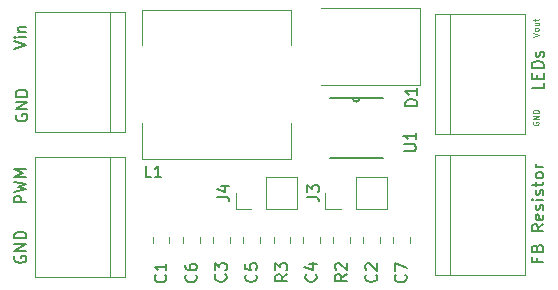
<source format=gbr>
G04 #@! TF.GenerationSoftware,KiCad,Pcbnew,(5.0.2)-1*
G04 #@! TF.CreationDate,2019-07-07T13:50:55+05:30*
G04 #@! TF.ProjectId,tps61500evm,74707336-3135-4303-9065-766d2e6b6963,rev?*
G04 #@! TF.SameCoordinates,Original*
G04 #@! TF.FileFunction,Legend,Top*
G04 #@! TF.FilePolarity,Positive*
%FSLAX46Y46*%
G04 Gerber Fmt 4.6, Leading zero omitted, Abs format (unit mm)*
G04 Created by KiCad (PCBNEW (5.0.2)-1) date 07/07/19 13:50:55*
%MOMM*%
%LPD*%
G01*
G04 APERTURE LIST*
%ADD10C,0.200000*%
%ADD11C,0.100000*%
%ADD12C,0.152400*%
%ADD13C,0.120000*%
%ADD14C,0.150000*%
G04 APERTURE END LIST*
D10*
X22700000Y-36861904D02*
X22652380Y-36957142D01*
X22652380Y-37100000D01*
X22700000Y-37242857D01*
X22795238Y-37338095D01*
X22890476Y-37385714D01*
X23080952Y-37433333D01*
X23223809Y-37433333D01*
X23414285Y-37385714D01*
X23509523Y-37338095D01*
X23604761Y-37242857D01*
X23652380Y-37100000D01*
X23652380Y-37004761D01*
X23604761Y-36861904D01*
X23557142Y-36814285D01*
X23223809Y-36814285D01*
X23223809Y-37004761D01*
X23652380Y-36385714D02*
X22652380Y-36385714D01*
X23652380Y-35814285D01*
X22652380Y-35814285D01*
X23652380Y-35338095D02*
X22652380Y-35338095D01*
X22652380Y-35100000D01*
X22700000Y-34957142D01*
X22795238Y-34861904D01*
X22890476Y-34814285D01*
X23080952Y-34766666D01*
X23223809Y-34766666D01*
X23414285Y-34814285D01*
X23509523Y-34861904D01*
X23604761Y-34957142D01*
X23652380Y-35100000D01*
X23652380Y-35338095D01*
X22800000Y-24861904D02*
X22752380Y-24957142D01*
X22752380Y-25100000D01*
X22800000Y-25242857D01*
X22895238Y-25338095D01*
X22990476Y-25385714D01*
X23180952Y-25433333D01*
X23323809Y-25433333D01*
X23514285Y-25385714D01*
X23609523Y-25338095D01*
X23704761Y-25242857D01*
X23752380Y-25100000D01*
X23752380Y-25004761D01*
X23704761Y-24861904D01*
X23657142Y-24814285D01*
X23323809Y-24814285D01*
X23323809Y-25004761D01*
X23752380Y-24385714D02*
X22752380Y-24385714D01*
X23752380Y-23814285D01*
X22752380Y-23814285D01*
X23752380Y-23338095D02*
X22752380Y-23338095D01*
X22752380Y-23100000D01*
X22800000Y-22957142D01*
X22895238Y-22861904D01*
X22990476Y-22814285D01*
X23180952Y-22766666D01*
X23323809Y-22766666D01*
X23514285Y-22814285D01*
X23609523Y-22861904D01*
X23704761Y-22957142D01*
X23752380Y-23100000D01*
X23752380Y-23338095D01*
D11*
X66550000Y-25480952D02*
X66526190Y-25528571D01*
X66526190Y-25600000D01*
X66550000Y-25671428D01*
X66597619Y-25719047D01*
X66645238Y-25742857D01*
X66740476Y-25766666D01*
X66811904Y-25766666D01*
X66907142Y-25742857D01*
X66954761Y-25719047D01*
X67002380Y-25671428D01*
X67026190Y-25600000D01*
X67026190Y-25552380D01*
X67002380Y-25480952D01*
X66978571Y-25457142D01*
X66811904Y-25457142D01*
X66811904Y-25552380D01*
X67026190Y-25242857D02*
X66526190Y-25242857D01*
X67026190Y-24957142D01*
X66526190Y-24957142D01*
X67026190Y-24719047D02*
X66526190Y-24719047D01*
X66526190Y-24600000D01*
X66550000Y-24528571D01*
X66597619Y-24480952D01*
X66645238Y-24457142D01*
X66740476Y-24433333D01*
X66811904Y-24433333D01*
X66907142Y-24457142D01*
X66954761Y-24480952D01*
X67002380Y-24528571D01*
X67026190Y-24600000D01*
X67026190Y-24719047D01*
X66526190Y-18261904D02*
X67026190Y-18095238D01*
X66526190Y-17928571D01*
X67026190Y-17690476D02*
X67002380Y-17738095D01*
X66978571Y-17761904D01*
X66930952Y-17785714D01*
X66788095Y-17785714D01*
X66740476Y-17761904D01*
X66716666Y-17738095D01*
X66692857Y-17690476D01*
X66692857Y-17619047D01*
X66716666Y-17571428D01*
X66740476Y-17547619D01*
X66788095Y-17523809D01*
X66930952Y-17523809D01*
X66978571Y-17547619D01*
X67002380Y-17571428D01*
X67026190Y-17619047D01*
X67026190Y-17690476D01*
X66692857Y-17095238D02*
X67026190Y-17095238D01*
X66692857Y-17309523D02*
X66954761Y-17309523D01*
X67002380Y-17285714D01*
X67026190Y-17238095D01*
X67026190Y-17166666D01*
X67002380Y-17119047D01*
X66978571Y-17095238D01*
X66692857Y-16928571D02*
X66692857Y-16738095D01*
X66526190Y-16857142D02*
X66954761Y-16857142D01*
X67002380Y-16833333D01*
X67026190Y-16785714D01*
X67026190Y-16738095D01*
D12*
G04 #@! TO.C,U1*
X55587800Y-26635000D02*
X56578400Y-26635000D01*
X49339400Y-28540000D02*
X53860600Y-28540000D01*
X53860600Y-23460000D02*
X51904800Y-23460000D01*
X51904800Y-23460000D02*
X51295200Y-23460000D01*
X51295200Y-23460000D02*
X49339400Y-23460000D01*
X51904800Y-23460000D02*
G75*
G02X51295200Y-23460000I-304800J0D01*
G01*
D13*
G04 #@! TO.C,D1*
X56990000Y-15830000D02*
X56990000Y-22330000D01*
X56990000Y-15830000D02*
X48590000Y-15830000D01*
X56990000Y-22330000D02*
X48590000Y-22330000D01*
G04 #@! TO.C,C1*
X35770000Y-35251422D02*
X35770000Y-35768578D01*
X34350000Y-35251422D02*
X34350000Y-35768578D01*
G04 #@! TO.C,R3*
X44590000Y-35241422D02*
X44590000Y-35758578D01*
X46010000Y-35241422D02*
X46010000Y-35758578D01*
G04 #@! TO.C,R2*
X51060000Y-35241422D02*
X51060000Y-35758578D01*
X49640000Y-35241422D02*
X49640000Y-35758578D01*
G04 #@! TO.C,C2*
X52190000Y-35241422D02*
X52190000Y-35758578D01*
X53610000Y-35241422D02*
X53610000Y-35758578D01*
G04 #@! TO.C,C3*
X40870000Y-35251422D02*
X40870000Y-35768578D01*
X39450000Y-35251422D02*
X39450000Y-35768578D01*
G04 #@! TO.C,C4*
X47090000Y-35251422D02*
X47090000Y-35768578D01*
X48510000Y-35251422D02*
X48510000Y-35768578D01*
G04 #@! TO.C,C5*
X43420000Y-35251422D02*
X43420000Y-35768578D01*
X42000000Y-35251422D02*
X42000000Y-35768578D01*
G04 #@! TO.C,C7*
X54690000Y-35241422D02*
X54690000Y-35758578D01*
X56110000Y-35241422D02*
X56110000Y-35758578D01*
G04 #@! TO.C,C6*
X38320000Y-35251422D02*
X38320000Y-35768578D01*
X36900000Y-35251422D02*
X36900000Y-35768578D01*
G04 #@! TO.C,J4*
X41370000Y-32830000D02*
X41370000Y-31500000D01*
X42700000Y-32830000D02*
X41370000Y-32830000D01*
X43970000Y-32830000D02*
X43970000Y-30170000D01*
X43970000Y-30170000D02*
X46570000Y-30170000D01*
X43970000Y-32830000D02*
X46570000Y-32830000D01*
X46570000Y-32830000D02*
X46570000Y-30170000D01*
G04 #@! TO.C,J3*
X54170000Y-32830000D02*
X54170000Y-30170000D01*
X51570000Y-32830000D02*
X54170000Y-32830000D01*
X51570000Y-30170000D02*
X54170000Y-30170000D01*
X51570000Y-32830000D02*
X51570000Y-30170000D01*
X50300000Y-32830000D02*
X48970000Y-32830000D01*
X48970000Y-32830000D02*
X48970000Y-31500000D01*
G04 #@! TO.C,L1*
X46040000Y-25600000D02*
X46040000Y-28600000D01*
X46040000Y-28600000D02*
X33440000Y-28600000D01*
X33440000Y-28600000D02*
X33440000Y-25600000D01*
X33440000Y-19000000D02*
X33440000Y-16000000D01*
X33440000Y-16000000D02*
X46040000Y-16000000D01*
X46040000Y-16000000D02*
X46040000Y-19000000D01*
G04 #@! TO.C,J5*
X58290000Y-16360000D02*
X58290000Y-26520000D01*
X65910000Y-16360000D02*
X58290000Y-16360000D01*
X65910000Y-26520000D02*
X65910000Y-16360000D01*
X58290000Y-26520000D02*
X65910000Y-26520000D01*
X59560000Y-26520000D02*
X59560000Y-16360000D01*
G04 #@! TO.C,J6*
X59560000Y-38420000D02*
X59560000Y-28260000D01*
X58290000Y-38420000D02*
X65910000Y-38420000D01*
X65910000Y-38420000D02*
X65910000Y-28260000D01*
X65910000Y-28260000D02*
X58290000Y-28260000D01*
X58290000Y-28260000D02*
X58290000Y-38420000D01*
G04 #@! TO.C,J1*
X32010000Y-26340000D02*
X32010000Y-16180000D01*
X24390000Y-26340000D02*
X32010000Y-26340000D01*
X24390000Y-16180000D02*
X24390000Y-26340000D01*
X32010000Y-16180000D02*
X24390000Y-16180000D01*
X30740000Y-16180000D02*
X30740000Y-26340000D01*
G04 #@! TO.C,J2*
X30740000Y-28480000D02*
X30740000Y-38640000D01*
X32010000Y-28480000D02*
X24390000Y-28480000D01*
X24390000Y-28480000D02*
X24390000Y-38640000D01*
X24390000Y-38640000D02*
X32010000Y-38640000D01*
X32010000Y-38640000D02*
X32010000Y-28480000D01*
G04 #@! TO.C,U1*
D14*
X55652380Y-27961904D02*
X56461904Y-27961904D01*
X56557142Y-27914285D01*
X56604761Y-27866666D01*
X56652380Y-27771428D01*
X56652380Y-27580952D01*
X56604761Y-27485714D01*
X56557142Y-27438095D01*
X56461904Y-27390476D01*
X55652380Y-27390476D01*
X56652380Y-26390476D02*
X56652380Y-26961904D01*
X56652380Y-26676190D02*
X55652380Y-26676190D01*
X55795238Y-26771428D01*
X55890476Y-26866666D01*
X55938095Y-26961904D01*
G04 #@! TO.C,D1*
X56752380Y-24138095D02*
X55752380Y-24138095D01*
X55752380Y-23900000D01*
X55800000Y-23757142D01*
X55895238Y-23661904D01*
X55990476Y-23614285D01*
X56180952Y-23566666D01*
X56323809Y-23566666D01*
X56514285Y-23614285D01*
X56609523Y-23661904D01*
X56704761Y-23757142D01*
X56752380Y-23900000D01*
X56752380Y-24138095D01*
X56752380Y-22614285D02*
X56752380Y-23185714D01*
X56752380Y-22900000D02*
X55752380Y-22900000D01*
X55895238Y-22995238D01*
X55990476Y-23090476D01*
X56038095Y-23185714D01*
G04 #@! TO.C,C1*
X35417142Y-38436666D02*
X35464761Y-38484285D01*
X35512380Y-38627142D01*
X35512380Y-38722380D01*
X35464761Y-38865238D01*
X35369523Y-38960476D01*
X35274285Y-39008095D01*
X35083809Y-39055714D01*
X34940952Y-39055714D01*
X34750476Y-39008095D01*
X34655238Y-38960476D01*
X34560000Y-38865238D01*
X34512380Y-38722380D01*
X34512380Y-38627142D01*
X34560000Y-38484285D01*
X34607619Y-38436666D01*
X35512380Y-37484285D02*
X35512380Y-38055714D01*
X35512380Y-37770000D02*
X34512380Y-37770000D01*
X34655238Y-37865238D01*
X34750476Y-37960476D01*
X34798095Y-38055714D01*
G04 #@! TO.C,R3*
X45752380Y-38386666D02*
X45276190Y-38720000D01*
X45752380Y-38958095D02*
X44752380Y-38958095D01*
X44752380Y-38577142D01*
X44800000Y-38481904D01*
X44847619Y-38434285D01*
X44942857Y-38386666D01*
X45085714Y-38386666D01*
X45180952Y-38434285D01*
X45228571Y-38481904D01*
X45276190Y-38577142D01*
X45276190Y-38958095D01*
X44752380Y-38053333D02*
X44752380Y-37434285D01*
X45133333Y-37767619D01*
X45133333Y-37624761D01*
X45180952Y-37529523D01*
X45228571Y-37481904D01*
X45323809Y-37434285D01*
X45561904Y-37434285D01*
X45657142Y-37481904D01*
X45704761Y-37529523D01*
X45752380Y-37624761D01*
X45752380Y-37910476D01*
X45704761Y-38005714D01*
X45657142Y-38053333D01*
G04 #@! TO.C,R2*
X50802380Y-38376666D02*
X50326190Y-38710000D01*
X50802380Y-38948095D02*
X49802380Y-38948095D01*
X49802380Y-38567142D01*
X49850000Y-38471904D01*
X49897619Y-38424285D01*
X49992857Y-38376666D01*
X50135714Y-38376666D01*
X50230952Y-38424285D01*
X50278571Y-38471904D01*
X50326190Y-38567142D01*
X50326190Y-38948095D01*
X49897619Y-37995714D02*
X49850000Y-37948095D01*
X49802380Y-37852857D01*
X49802380Y-37614761D01*
X49850000Y-37519523D01*
X49897619Y-37471904D01*
X49992857Y-37424285D01*
X50088095Y-37424285D01*
X50230952Y-37471904D01*
X50802380Y-38043333D01*
X50802380Y-37424285D01*
G04 #@! TO.C,C2*
X53257142Y-38406666D02*
X53304761Y-38454285D01*
X53352380Y-38597142D01*
X53352380Y-38692380D01*
X53304761Y-38835238D01*
X53209523Y-38930476D01*
X53114285Y-38978095D01*
X52923809Y-39025714D01*
X52780952Y-39025714D01*
X52590476Y-38978095D01*
X52495238Y-38930476D01*
X52400000Y-38835238D01*
X52352380Y-38692380D01*
X52352380Y-38597142D01*
X52400000Y-38454285D01*
X52447619Y-38406666D01*
X52447619Y-38025714D02*
X52400000Y-37978095D01*
X52352380Y-37882857D01*
X52352380Y-37644761D01*
X52400000Y-37549523D01*
X52447619Y-37501904D01*
X52542857Y-37454285D01*
X52638095Y-37454285D01*
X52780952Y-37501904D01*
X53352380Y-38073333D01*
X53352380Y-37454285D01*
G04 #@! TO.C,C3*
X40517142Y-38386666D02*
X40564761Y-38434285D01*
X40612380Y-38577142D01*
X40612380Y-38672380D01*
X40564761Y-38815238D01*
X40469523Y-38910476D01*
X40374285Y-38958095D01*
X40183809Y-39005714D01*
X40040952Y-39005714D01*
X39850476Y-38958095D01*
X39755238Y-38910476D01*
X39660000Y-38815238D01*
X39612380Y-38672380D01*
X39612380Y-38577142D01*
X39660000Y-38434285D01*
X39707619Y-38386666D01*
X39612380Y-38053333D02*
X39612380Y-37434285D01*
X39993333Y-37767619D01*
X39993333Y-37624761D01*
X40040952Y-37529523D01*
X40088571Y-37481904D01*
X40183809Y-37434285D01*
X40421904Y-37434285D01*
X40517142Y-37481904D01*
X40564761Y-37529523D01*
X40612380Y-37624761D01*
X40612380Y-37910476D01*
X40564761Y-38005714D01*
X40517142Y-38053333D01*
G04 #@! TO.C,C4*
X48157142Y-38386666D02*
X48204761Y-38434285D01*
X48252380Y-38577142D01*
X48252380Y-38672380D01*
X48204761Y-38815238D01*
X48109523Y-38910476D01*
X48014285Y-38958095D01*
X47823809Y-39005714D01*
X47680952Y-39005714D01*
X47490476Y-38958095D01*
X47395238Y-38910476D01*
X47300000Y-38815238D01*
X47252380Y-38672380D01*
X47252380Y-38577142D01*
X47300000Y-38434285D01*
X47347619Y-38386666D01*
X47585714Y-37529523D02*
X48252380Y-37529523D01*
X47204761Y-37767619D02*
X47919047Y-38005714D01*
X47919047Y-37386666D01*
G04 #@! TO.C,C5*
X43077142Y-38406666D02*
X43124761Y-38454285D01*
X43172380Y-38597142D01*
X43172380Y-38692380D01*
X43124761Y-38835238D01*
X43029523Y-38930476D01*
X42934285Y-38978095D01*
X42743809Y-39025714D01*
X42600952Y-39025714D01*
X42410476Y-38978095D01*
X42315238Y-38930476D01*
X42220000Y-38835238D01*
X42172380Y-38692380D01*
X42172380Y-38597142D01*
X42220000Y-38454285D01*
X42267619Y-38406666D01*
X42172380Y-37501904D02*
X42172380Y-37978095D01*
X42648571Y-38025714D01*
X42600952Y-37978095D01*
X42553333Y-37882857D01*
X42553333Y-37644761D01*
X42600952Y-37549523D01*
X42648571Y-37501904D01*
X42743809Y-37454285D01*
X42981904Y-37454285D01*
X43077142Y-37501904D01*
X43124761Y-37549523D01*
X43172380Y-37644761D01*
X43172380Y-37882857D01*
X43124761Y-37978095D01*
X43077142Y-38025714D01*
G04 #@! TO.C,C7*
X55757142Y-38426666D02*
X55804761Y-38474285D01*
X55852380Y-38617142D01*
X55852380Y-38712380D01*
X55804761Y-38855238D01*
X55709523Y-38950476D01*
X55614285Y-38998095D01*
X55423809Y-39045714D01*
X55280952Y-39045714D01*
X55090476Y-38998095D01*
X54995238Y-38950476D01*
X54900000Y-38855238D01*
X54852380Y-38712380D01*
X54852380Y-38617142D01*
X54900000Y-38474285D01*
X54947619Y-38426666D01*
X54852380Y-38093333D02*
X54852380Y-37426666D01*
X55852380Y-37855238D01*
G04 #@! TO.C,C6*
X37997142Y-38426666D02*
X38044761Y-38474285D01*
X38092380Y-38617142D01*
X38092380Y-38712380D01*
X38044761Y-38855238D01*
X37949523Y-38950476D01*
X37854285Y-38998095D01*
X37663809Y-39045714D01*
X37520952Y-39045714D01*
X37330476Y-38998095D01*
X37235238Y-38950476D01*
X37140000Y-38855238D01*
X37092380Y-38712380D01*
X37092380Y-38617142D01*
X37140000Y-38474285D01*
X37187619Y-38426666D01*
X37092380Y-37569523D02*
X37092380Y-37760000D01*
X37140000Y-37855238D01*
X37187619Y-37902857D01*
X37330476Y-37998095D01*
X37520952Y-38045714D01*
X37901904Y-38045714D01*
X37997142Y-37998095D01*
X38044761Y-37950476D01*
X38092380Y-37855238D01*
X38092380Y-37664761D01*
X38044761Y-37569523D01*
X37997142Y-37521904D01*
X37901904Y-37474285D01*
X37663809Y-37474285D01*
X37568571Y-37521904D01*
X37520952Y-37569523D01*
X37473333Y-37664761D01*
X37473333Y-37855238D01*
X37520952Y-37950476D01*
X37568571Y-37998095D01*
X37663809Y-38045714D01*
G04 #@! TO.C,J4*
X39822380Y-31833333D02*
X40536666Y-31833333D01*
X40679523Y-31880952D01*
X40774761Y-31976190D01*
X40822380Y-32119047D01*
X40822380Y-32214285D01*
X40155714Y-30928571D02*
X40822380Y-30928571D01*
X39774761Y-31166666D02*
X40489047Y-31404761D01*
X40489047Y-30785714D01*
G04 #@! TO.C,J3*
X47422380Y-31833333D02*
X48136666Y-31833333D01*
X48279523Y-31880952D01*
X48374761Y-31976190D01*
X48422380Y-32119047D01*
X48422380Y-32214285D01*
X47422380Y-31452380D02*
X47422380Y-30833333D01*
X47803333Y-31166666D01*
X47803333Y-31023809D01*
X47850952Y-30928571D01*
X47898571Y-30880952D01*
X47993809Y-30833333D01*
X48231904Y-30833333D01*
X48327142Y-30880952D01*
X48374761Y-30928571D01*
X48422380Y-31023809D01*
X48422380Y-31309523D01*
X48374761Y-31404761D01*
X48327142Y-31452380D01*
G04 #@! TO.C,L1*
X34233333Y-30182380D02*
X33757142Y-30182380D01*
X33757142Y-29182380D01*
X35090476Y-30182380D02*
X34519047Y-30182380D01*
X34804761Y-30182380D02*
X34804761Y-29182380D01*
X34709523Y-29325238D01*
X34614285Y-29420476D01*
X34519047Y-29468095D01*
G04 #@! TO.C,J5*
X67452380Y-22147619D02*
X67452380Y-22623809D01*
X66452380Y-22623809D01*
X66928571Y-21814285D02*
X66928571Y-21480952D01*
X67452380Y-21338095D02*
X67452380Y-21814285D01*
X66452380Y-21814285D01*
X66452380Y-21338095D01*
X67452380Y-20909523D02*
X66452380Y-20909523D01*
X66452380Y-20671428D01*
X66500000Y-20528571D01*
X66595238Y-20433333D01*
X66690476Y-20385714D01*
X66880952Y-20338095D01*
X67023809Y-20338095D01*
X67214285Y-20385714D01*
X67309523Y-20433333D01*
X67404761Y-20528571D01*
X67452380Y-20671428D01*
X67452380Y-20909523D01*
X67404761Y-19957142D02*
X67452380Y-19861904D01*
X67452380Y-19671428D01*
X67404761Y-19576190D01*
X67309523Y-19528571D01*
X67261904Y-19528571D01*
X67166666Y-19576190D01*
X67119047Y-19671428D01*
X67119047Y-19814285D01*
X67071428Y-19909523D01*
X66976190Y-19957142D01*
X66928571Y-19957142D01*
X66833333Y-19909523D01*
X66785714Y-19814285D01*
X66785714Y-19671428D01*
X66833333Y-19576190D01*
G04 #@! TO.C,J6*
X66918571Y-37021904D02*
X66918571Y-37355238D01*
X67442380Y-37355238D02*
X66442380Y-37355238D01*
X66442380Y-36879047D01*
X66918571Y-36164761D02*
X66966190Y-36021904D01*
X67013809Y-35974285D01*
X67109047Y-35926666D01*
X67251904Y-35926666D01*
X67347142Y-35974285D01*
X67394761Y-36021904D01*
X67442380Y-36117142D01*
X67442380Y-36498095D01*
X66442380Y-36498095D01*
X66442380Y-36164761D01*
X66490000Y-36069523D01*
X66537619Y-36021904D01*
X66632857Y-35974285D01*
X66728095Y-35974285D01*
X66823333Y-36021904D01*
X66870952Y-36069523D01*
X66918571Y-36164761D01*
X66918571Y-36498095D01*
X67442380Y-34164761D02*
X66966190Y-34498095D01*
X67442380Y-34736190D02*
X66442380Y-34736190D01*
X66442380Y-34355238D01*
X66490000Y-34259999D01*
X66537619Y-34212380D01*
X66632857Y-34164761D01*
X66775714Y-34164761D01*
X66870952Y-34212380D01*
X66918571Y-34259999D01*
X66966190Y-34355238D01*
X66966190Y-34736190D01*
X67394761Y-33355238D02*
X67442380Y-33450476D01*
X67442380Y-33640952D01*
X67394761Y-33736190D01*
X67299523Y-33783809D01*
X66918571Y-33783809D01*
X66823333Y-33736190D01*
X66775714Y-33640952D01*
X66775714Y-33450476D01*
X66823333Y-33355238D01*
X66918571Y-33307619D01*
X67013809Y-33307619D01*
X67109047Y-33783809D01*
X67394761Y-32926666D02*
X67442380Y-32831428D01*
X67442380Y-32640952D01*
X67394761Y-32545714D01*
X67299523Y-32498095D01*
X67251904Y-32498095D01*
X67156666Y-32545714D01*
X67109047Y-32640952D01*
X67109047Y-32783809D01*
X67061428Y-32879047D01*
X66966190Y-32926666D01*
X66918571Y-32926666D01*
X66823333Y-32879047D01*
X66775714Y-32783809D01*
X66775714Y-32640952D01*
X66823333Y-32545714D01*
X67442380Y-32069523D02*
X66775714Y-32069523D01*
X66442380Y-32069523D02*
X66490000Y-32117142D01*
X66537619Y-32069523D01*
X66490000Y-32021904D01*
X66442380Y-32069523D01*
X66537619Y-32069523D01*
X67394761Y-31640952D02*
X67442380Y-31545714D01*
X67442380Y-31355238D01*
X67394761Y-31260000D01*
X67299523Y-31212380D01*
X67251904Y-31212380D01*
X67156666Y-31260000D01*
X67109047Y-31355238D01*
X67109047Y-31498095D01*
X67061428Y-31593333D01*
X66966190Y-31640952D01*
X66918571Y-31640952D01*
X66823333Y-31593333D01*
X66775714Y-31498095D01*
X66775714Y-31355238D01*
X66823333Y-31260000D01*
X66775714Y-30926666D02*
X66775714Y-30545714D01*
X66442380Y-30783809D02*
X67299523Y-30783809D01*
X67394761Y-30736190D01*
X67442380Y-30640952D01*
X67442380Y-30545714D01*
X67442380Y-30069523D02*
X67394761Y-30164761D01*
X67347142Y-30212380D01*
X67251904Y-30260000D01*
X66966190Y-30260000D01*
X66870952Y-30212380D01*
X66823333Y-30164761D01*
X66775714Y-30069523D01*
X66775714Y-29926666D01*
X66823333Y-29831428D01*
X66870952Y-29783809D01*
X66966190Y-29736190D01*
X67251904Y-29736190D01*
X67347142Y-29783809D01*
X67394761Y-29831428D01*
X67442380Y-29926666D01*
X67442380Y-30069523D01*
X67442380Y-29307619D02*
X66775714Y-29307619D01*
X66966190Y-29307619D02*
X66870952Y-29260000D01*
X66823333Y-29212380D01*
X66775714Y-29117142D01*
X66775714Y-29021904D01*
G04 #@! TO.C,J1*
D10*
X22652380Y-19323809D02*
X23652380Y-18990476D01*
X22652380Y-18657142D01*
X23652380Y-18323809D02*
X22985714Y-18323809D01*
X22652380Y-18323809D02*
X22700000Y-18371428D01*
X22747619Y-18323809D01*
X22700000Y-18276190D01*
X22652380Y-18323809D01*
X22747619Y-18323809D01*
X22985714Y-17847619D02*
X23652380Y-17847619D01*
X23080952Y-17847619D02*
X23033333Y-17800000D01*
X22985714Y-17704761D01*
X22985714Y-17561904D01*
X23033333Y-17466666D01*
X23128571Y-17419047D01*
X23652380Y-17419047D01*
G04 #@! TO.C,J2*
X23652380Y-32304761D02*
X22652380Y-32304761D01*
X22652380Y-31923809D01*
X22700000Y-31828571D01*
X22747619Y-31780952D01*
X22842857Y-31733333D01*
X22985714Y-31733333D01*
X23080952Y-31780952D01*
X23128571Y-31828571D01*
X23176190Y-31923809D01*
X23176190Y-32304761D01*
X22652380Y-31400000D02*
X23652380Y-31161904D01*
X22938095Y-30971428D01*
X23652380Y-30780952D01*
X22652380Y-30542857D01*
X23652380Y-30161904D02*
X22652380Y-30161904D01*
X23366666Y-29828571D01*
X22652380Y-29495238D01*
X23652380Y-29495238D01*
G04 #@! TD*
M02*

</source>
